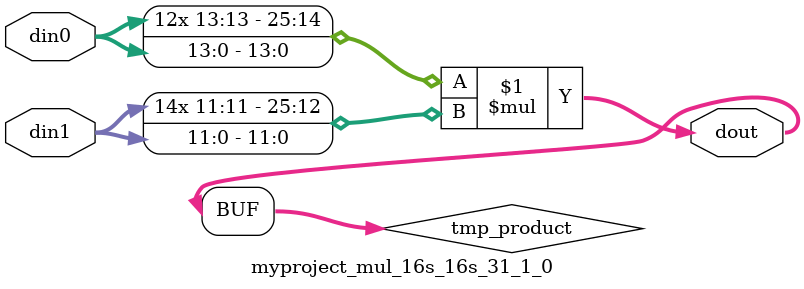
<source format=v>

`timescale 1 ns / 1 ps

  module myproject_mul_16s_16s_31_1_0(din0, din1, dout);
parameter ID = 1;
parameter NUM_STAGE = 0;
parameter din0_WIDTH = 14;
parameter din1_WIDTH = 12;
parameter dout_WIDTH = 26;

input [din0_WIDTH - 1 : 0] din0; 
input [din1_WIDTH - 1 : 0] din1; 
output [dout_WIDTH - 1 : 0] dout;

wire signed [dout_WIDTH - 1 : 0] tmp_product;













assign tmp_product = $signed(din0) * $signed(din1);








assign dout = tmp_product;







endmodule

</source>
